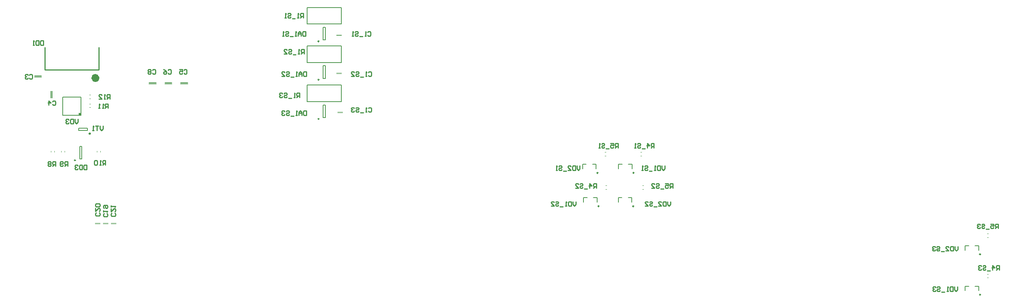
<source format=gbo>
G04*
G04 #@! TF.GenerationSoftware,Altium Limited,Altium Designer,20.1.8 (145)*
G04*
G04 Layer_Color=32896*
%FSLAX43Y43*%
%MOMM*%
G71*
G04*
G04 #@! TF.SameCoordinates,5712E5C3-EFE7-4622-A9FF-169796C5DE8E*
G04*
G04*
G04 #@! TF.FilePolarity,Positive*
G04*
G01*
G75*
%ADD10C,0.150*%
%ADD11C,0.250*%
%ADD13C,0.254*%
%ADD14C,0.300*%
%ADD15C,0.100*%
%ADD16C,0.200*%
%ADD88C,1.000*%
%ADD100R,0.500X0.539*%
D10*
X67000Y68000D02*
X69000D01*
Y67500D02*
Y68000D01*
X67000Y67500D02*
Y68000D01*
Y67500D02*
X69000D01*
X67500Y70846D02*
Y74937D01*
X63500D02*
X67500D01*
X63500Y70846D02*
Y74937D01*
Y70846D02*
X67500D01*
X82725Y77875D02*
X84300D01*
X82725Y78125D02*
X84300D01*
X86225D02*
X87800D01*
X86225Y77875D02*
X87800D01*
X89725Y78125D02*
X91300D01*
X89725Y77875D02*
X91300D01*
X61125Y74725D02*
Y76300D01*
X60875Y74725D02*
Y76300D01*
X57200Y79625D02*
X58775D01*
X57200Y79375D02*
X58775D01*
D11*
X66325Y60800D02*
G03*
X66325Y60800I-125J0D01*
G01*
X120575Y70050D02*
G03*
X120575Y70050I-125J0D01*
G01*
X120575Y78799D02*
G03*
X120575Y78799I-125J0D01*
G01*
X120575Y87375D02*
G03*
X120575Y87375I-125J0D01*
G01*
X267925Y30800D02*
G03*
X267925Y30800I-125J0D01*
G01*
X267925Y39800D02*
G03*
X267925Y39800I-125J0D01*
G01*
X182925Y50550D02*
G03*
X182925Y50550I-125J0D01*
G01*
X190675Y50550D02*
G03*
X190675Y50550I-125J0D01*
G01*
X190725Y58000D02*
G03*
X190725Y58000I-125J0D01*
G01*
X182725Y58000D02*
G03*
X182725Y58000I-125J0D01*
G01*
X59500Y81000D02*
X71500D01*
X59500D02*
Y86000D01*
X71500Y81000D02*
Y86000D01*
D13*
X72416Y68500D02*
Y67833D01*
X72083Y67500D01*
X71750Y67833D01*
Y68500D01*
X71417D02*
X70750D01*
X71083D01*
Y67500D01*
X70417D02*
X70084D01*
X70250D01*
Y68500D01*
X70417Y68333D01*
X66833Y70000D02*
Y69333D01*
X66500Y69000D01*
X66166Y69333D01*
Y70000D01*
X65833D02*
Y69000D01*
X65333D01*
X65167Y69167D01*
Y69833D01*
X65333Y70000D01*
X65833D01*
X64834Y69833D02*
X64667Y70000D01*
X64334D01*
X64167Y69833D01*
Y69667D01*
X64334Y69500D01*
X64500D01*
X64334D01*
X64167Y69333D01*
Y69167D01*
X64334Y69000D01*
X64667D01*
X64834Y69167D01*
X262832Y41583D02*
Y40917D01*
X262499Y40583D01*
X262166Y40917D01*
Y41583D01*
X261833D02*
Y40583D01*
X261333D01*
X261166Y40750D01*
Y41417D01*
X261333Y41583D01*
X261833D01*
X260167Y40583D02*
X260833D01*
X260167Y41250D01*
Y41417D01*
X260333Y41583D01*
X260666D01*
X260833Y41417D01*
X259833Y40417D02*
X259167D01*
X258167Y41417D02*
X258334Y41583D01*
X258667D01*
X258834Y41417D01*
Y41250D01*
X258667Y41083D01*
X258334D01*
X258167Y40917D01*
Y40750D01*
X258334Y40583D01*
X258667D01*
X258834Y40750D01*
X257834Y41417D02*
X257667Y41583D01*
X257334D01*
X257168Y41417D01*
Y41250D01*
X257334Y41083D01*
X257501D01*
X257334D01*
X257168Y40917D01*
Y40750D01*
X257334Y40583D01*
X257667D01*
X257834Y40750D01*
X198832Y51583D02*
Y50917D01*
X198499Y50583D01*
X198166Y50917D01*
Y51583D01*
X197833D02*
Y50583D01*
X197333D01*
X197166Y50750D01*
Y51417D01*
X197333Y51583D01*
X197833D01*
X196167Y50583D02*
X196833D01*
X196167Y51250D01*
Y51417D01*
X196333Y51583D01*
X196666D01*
X196833Y51417D01*
X195833Y50417D02*
X195167D01*
X194167Y51417D02*
X194334Y51583D01*
X194667D01*
X194834Y51417D01*
Y51250D01*
X194667Y51083D01*
X194334D01*
X194167Y50917D01*
Y50750D01*
X194334Y50583D01*
X194667D01*
X194834Y50750D01*
X193168Y50583D02*
X193834D01*
X193168Y51250D01*
Y51417D01*
X193334Y51583D01*
X193667D01*
X193834Y51417D01*
X178666Y59583D02*
Y58917D01*
X178333Y58583D01*
X177999Y58917D01*
Y59583D01*
X177666D02*
Y58583D01*
X177166D01*
X177000Y58750D01*
Y59417D01*
X177166Y59583D01*
X177666D01*
X176000Y58583D02*
X176666D01*
X176000Y59250D01*
Y59417D01*
X176167Y59583D01*
X176500D01*
X176666Y59417D01*
X175667Y58417D02*
X175000D01*
X174001Y59417D02*
X174167Y59583D01*
X174500D01*
X174667Y59417D01*
Y59250D01*
X174500Y59083D01*
X174167D01*
X174001Y58917D01*
Y58750D01*
X174167Y58583D01*
X174500D01*
X174667Y58750D01*
X173667Y58583D02*
X173334D01*
X173501D01*
Y59583D01*
X173667Y59417D01*
X262749Y32583D02*
Y31917D01*
X262416Y31583D01*
X262083Y31917D01*
Y32583D01*
X261749D02*
Y31583D01*
X261250D01*
X261083Y31750D01*
Y32417D01*
X261250Y32583D01*
X261749D01*
X260750Y31583D02*
X260417D01*
X260583D01*
Y32583D01*
X260750Y32417D01*
X259917Y31417D02*
X259250D01*
X258251Y32417D02*
X258417Y32583D01*
X258750D01*
X258917Y32417D01*
Y32250D01*
X258750Y32083D01*
X258417D01*
X258251Y31917D01*
Y31750D01*
X258417Y31583D01*
X258750D01*
X258917Y31750D01*
X257917Y32417D02*
X257751Y32583D01*
X257418D01*
X257251Y32417D01*
Y32250D01*
X257418Y32083D01*
X257584D01*
X257418D01*
X257251Y31917D01*
Y31750D01*
X257418Y31583D01*
X257751D01*
X257917Y31750D01*
X177749Y51583D02*
Y50917D01*
X177416Y50583D01*
X177083Y50917D01*
Y51583D01*
X176749D02*
Y50583D01*
X176250D01*
X176083Y50750D01*
Y51417D01*
X176250Y51583D01*
X176749D01*
X175750Y50583D02*
X175417D01*
X175583D01*
Y51583D01*
X175750Y51417D01*
X174917Y50417D02*
X174250D01*
X173251Y51417D02*
X173417Y51583D01*
X173750D01*
X173917Y51417D01*
Y51250D01*
X173750Y51083D01*
X173417D01*
X173251Y50917D01*
Y50750D01*
X173417Y50583D01*
X173750D01*
X173917Y50750D01*
X172251Y50583D02*
X172917D01*
X172251Y51250D01*
Y51417D01*
X172417Y51583D01*
X172751D01*
X172917Y51417D01*
X197583Y59583D02*
Y58917D01*
X197249Y58583D01*
X196916Y58917D01*
Y59583D01*
X196583D02*
Y58583D01*
X196083D01*
X195916Y58750D01*
Y59417D01*
X196083Y59583D01*
X196583D01*
X195583Y58583D02*
X195250D01*
X195417D01*
Y59583D01*
X195583Y59417D01*
X194750Y58417D02*
X194084D01*
X193084Y59417D02*
X193251Y59583D01*
X193584D01*
X193750Y59417D01*
Y59250D01*
X193584Y59083D01*
X193251D01*
X193084Y58917D01*
Y58750D01*
X193251Y58583D01*
X193584D01*
X193750Y58750D01*
X192751Y58583D02*
X192417D01*
X192584D01*
Y59583D01*
X192751Y59417D01*
X74000Y74500D02*
Y75500D01*
X73500D01*
X73333Y75333D01*
Y75000D01*
X73500Y74833D01*
X74000D01*
X73666D02*
X73333Y74500D01*
X73000D02*
X72667D01*
X72833D01*
Y75500D01*
X73000Y75333D01*
X71500Y74500D02*
X72167D01*
X71500Y75167D01*
Y75333D01*
X71667Y75500D01*
X72000D01*
X72167Y75333D01*
X73583Y72425D02*
Y73425D01*
X73083D01*
X72917Y73258D01*
Y72925D01*
X73083Y72758D01*
X73583D01*
X73250D02*
X72917Y72425D01*
X72583D02*
X72250D01*
X72417D01*
Y73425D01*
X72583Y73258D01*
X71750Y72425D02*
X71417D01*
X71584D01*
Y73425D01*
X71750Y73258D01*
X73000Y59750D02*
Y60750D01*
X72500D01*
X72333Y60583D01*
Y60250D01*
X72500Y60083D01*
X73000D01*
X72666D02*
X72333Y59750D01*
X72000D02*
X71667D01*
X71833D01*
Y60750D01*
X72000Y60583D01*
X71167D02*
X71000Y60750D01*
X70667D01*
X70500Y60583D01*
Y59917D01*
X70667Y59750D01*
X71000D01*
X71167Y59917D01*
Y60583D01*
X64583Y59500D02*
Y60500D01*
X64083D01*
X63917Y60333D01*
Y60000D01*
X64083Y59833D01*
X64583D01*
X64250D02*
X63917Y59500D01*
X63583Y59667D02*
X63417Y59500D01*
X63084D01*
X62917Y59667D01*
Y60333D01*
X63084Y60500D01*
X63417D01*
X63583Y60333D01*
Y60167D01*
X63417Y60000D01*
X62917D01*
X61833Y59500D02*
Y60500D01*
X61333D01*
X61167Y60333D01*
Y60000D01*
X61333Y59833D01*
X61833D01*
X61500D02*
X61167Y59500D01*
X60833Y60333D02*
X60667Y60500D01*
X60334D01*
X60167Y60333D01*
Y60167D01*
X60334Y60000D01*
X60167Y59833D01*
Y59667D01*
X60334Y59500D01*
X60667D01*
X60833Y59667D01*
Y59833D01*
X60667Y60000D01*
X60833Y60167D01*
Y60333D01*
X60667Y60000D02*
X60334D01*
X271833Y45583D02*
Y46583D01*
X271333D01*
X271166Y46417D01*
Y46083D01*
X271333Y45917D01*
X271833D01*
X271499D02*
X271166Y45583D01*
X270166Y46583D02*
X270833D01*
Y46083D01*
X270500Y46250D01*
X270333D01*
X270166Y46083D01*
Y45750D01*
X270333Y45583D01*
X270666D01*
X270833Y45750D01*
X269833Y45417D02*
X269167D01*
X268167Y46417D02*
X268334Y46583D01*
X268667D01*
X268834Y46417D01*
Y46250D01*
X268667Y46083D01*
X268334D01*
X268167Y45917D01*
Y45750D01*
X268334Y45583D01*
X268667D01*
X268834Y45750D01*
X267834Y46417D02*
X267667Y46583D01*
X267334D01*
X267167Y46417D01*
Y46250D01*
X267334Y46083D01*
X267501D01*
X267334D01*
X267167Y45917D01*
Y45750D01*
X267334Y45583D01*
X267667D01*
X267834Y45750D01*
X199333Y54583D02*
Y55583D01*
X198833D01*
X198666Y55417D01*
Y55083D01*
X198833Y54917D01*
X199333D01*
X198999D02*
X198666Y54583D01*
X197666Y55583D02*
X198333D01*
Y55083D01*
X198000Y55250D01*
X197833D01*
X197666Y55083D01*
Y54750D01*
X197833Y54583D01*
X198166D01*
X198333Y54750D01*
X197333Y54417D02*
X196667D01*
X195667Y55417D02*
X195834Y55583D01*
X196167D01*
X196334Y55417D01*
Y55250D01*
X196167Y55083D01*
X195834D01*
X195667Y54917D01*
Y54750D01*
X195834Y54583D01*
X196167D01*
X196334Y54750D01*
X194667Y54583D02*
X195334D01*
X194667Y55250D01*
Y55417D01*
X194834Y55583D01*
X195167D01*
X195334Y55417D01*
X187166Y63583D02*
Y64583D01*
X186666D01*
X186500Y64417D01*
Y64083D01*
X186666Y63917D01*
X187166D01*
X186833D02*
X186500Y63583D01*
X185500Y64583D02*
X186166D01*
Y64083D01*
X185833Y64250D01*
X185666D01*
X185500Y64083D01*
Y63750D01*
X185666Y63583D01*
X186000D01*
X186166Y63750D01*
X185167Y63417D02*
X184500D01*
X183500Y64417D02*
X183667Y64583D01*
X184000D01*
X184167Y64417D01*
Y64250D01*
X184000Y64083D01*
X183667D01*
X183500Y63917D01*
Y63750D01*
X183667Y63583D01*
X184000D01*
X184167Y63750D01*
X183167Y63583D02*
X182834D01*
X183001D01*
Y64583D01*
X183167Y64417D01*
X272083Y36333D02*
Y37333D01*
X271583D01*
X271416Y37167D01*
Y36833D01*
X271583Y36667D01*
X272083D01*
X271749D02*
X271416Y36333D01*
X270583D02*
Y37333D01*
X271083Y36833D01*
X270416D01*
X270083Y36167D02*
X269417D01*
X268417Y37167D02*
X268584Y37333D01*
X268917D01*
X269084Y37167D01*
Y37000D01*
X268917Y36833D01*
X268584D01*
X268417Y36667D01*
Y36500D01*
X268584Y36333D01*
X268917D01*
X269084Y36500D01*
X268084Y37167D02*
X267917Y37333D01*
X267584D01*
X267417Y37167D01*
Y37000D01*
X267584Y36833D01*
X267751D01*
X267584D01*
X267417Y36667D01*
Y36500D01*
X267584Y36333D01*
X267917D01*
X268084Y36500D01*
X182333Y54583D02*
Y55583D01*
X181833D01*
X181666Y55417D01*
Y55083D01*
X181833Y54917D01*
X182333D01*
X181999D02*
X181666Y54583D01*
X180833D02*
Y55583D01*
X181333Y55083D01*
X180666D01*
X180333Y54417D02*
X179667D01*
X178667Y55417D02*
X178834Y55583D01*
X179167D01*
X179334Y55417D01*
Y55250D01*
X179167Y55083D01*
X178834D01*
X178667Y54917D01*
Y54750D01*
X178834Y54583D01*
X179167D01*
X179334Y54750D01*
X177667Y54583D02*
X178334D01*
X177667Y55250D01*
Y55417D01*
X177834Y55583D01*
X178167D01*
X178334Y55417D01*
X195166Y63583D02*
Y64583D01*
X194666D01*
X194500Y64417D01*
Y64083D01*
X194666Y63917D01*
X195166D01*
X194833D02*
X194500Y63583D01*
X193666D02*
Y64583D01*
X194166Y64083D01*
X193500D01*
X193167Y63417D02*
X192500D01*
X191500Y64417D02*
X191667Y64583D01*
X192000D01*
X192167Y64417D01*
Y64250D01*
X192000Y64083D01*
X191667D01*
X191500Y63917D01*
Y63750D01*
X191667Y63583D01*
X192000D01*
X192167Y63750D01*
X191167Y63583D02*
X190834D01*
X191001D01*
Y64583D01*
X191167Y64417D01*
X116249Y74833D02*
Y75833D01*
X115749D01*
X115583Y75667D01*
Y75333D01*
X115749Y75167D01*
X116249D01*
X115916D02*
X115583Y74833D01*
X115250D02*
X114916D01*
X115083D01*
Y75833D01*
X115250Y75667D01*
X114417Y74667D02*
X113750D01*
X112750Y75667D02*
X112917Y75833D01*
X113250D01*
X113417Y75667D01*
Y75500D01*
X113250Y75333D01*
X112917D01*
X112750Y75167D01*
Y75000D01*
X112917Y74833D01*
X113250D01*
X113417Y75000D01*
X112417Y75667D02*
X112251Y75833D01*
X111917D01*
X111751Y75667D01*
Y75500D01*
X111917Y75333D01*
X112084D01*
X111917D01*
X111751Y75167D01*
Y75000D01*
X111917Y74833D01*
X112251D01*
X112417Y75000D01*
X117249Y84583D02*
Y85583D01*
X116749D01*
X116583Y85417D01*
Y85083D01*
X116749Y84917D01*
X117249D01*
X116916D02*
X116583Y84583D01*
X116250D02*
X115916D01*
X116083D01*
Y85583D01*
X116250Y85417D01*
X115417Y84417D02*
X114750D01*
X113750Y85417D02*
X113917Y85583D01*
X114250D01*
X114417Y85417D01*
Y85250D01*
X114250Y85083D01*
X113917D01*
X113750Y84917D01*
Y84750D01*
X113917Y84583D01*
X114250D01*
X114417Y84750D01*
X112751Y84583D02*
X113417D01*
X112751Y85250D01*
Y85417D01*
X112917Y85583D01*
X113251D01*
X113417Y85417D01*
X117083Y92583D02*
Y93583D01*
X116583D01*
X116416Y93417D01*
Y93083D01*
X116583Y92917D01*
X117083D01*
X116749D02*
X116416Y92583D01*
X116083D02*
X115750D01*
X115916D01*
Y93583D01*
X116083Y93417D01*
X115250Y92417D02*
X114583D01*
X113584Y93417D02*
X113750Y93583D01*
X114084D01*
X114250Y93417D01*
Y93250D01*
X114084Y93083D01*
X113750D01*
X113584Y92917D01*
Y92750D01*
X113750Y92583D01*
X114084D01*
X114250Y92750D01*
X113251Y92583D02*
X112917D01*
X113084D01*
Y93583D01*
X113251Y93417D01*
X68833Y59750D02*
Y58750D01*
X68333D01*
X68166Y58917D01*
Y59583D01*
X68333Y59750D01*
X68833D01*
X67833D02*
Y58750D01*
X67333D01*
X67167Y58917D01*
Y59583D01*
X67333Y59750D01*
X67833D01*
X66834Y59583D02*
X66667Y59750D01*
X66334D01*
X66167Y59583D01*
Y59417D01*
X66334Y59250D01*
X66500D01*
X66334D01*
X66167Y59083D01*
Y58917D01*
X66334Y58750D01*
X66667D01*
X66834Y58917D01*
X59166Y87500D02*
Y86500D01*
X58666D01*
X58500Y86667D01*
Y87333D01*
X58666Y87500D01*
X59166D01*
X58167D02*
Y86500D01*
X57667D01*
X57500Y86667D01*
Y87333D01*
X57667Y87500D01*
X58167D01*
X57167Y86500D02*
X56834D01*
X57000D01*
Y87500D01*
X57167Y87333D01*
X117749Y71833D02*
Y70833D01*
X117249D01*
X117083Y71000D01*
Y71667D01*
X117249Y71833D01*
X117749D01*
X116749Y70833D02*
Y71500D01*
X116416Y71833D01*
X116083Y71500D01*
Y70833D01*
Y71333D01*
X116749D01*
X115750Y70833D02*
X115417D01*
X115583D01*
Y71833D01*
X115750Y71667D01*
X114917Y70667D02*
X114250D01*
X113251Y71667D02*
X113417Y71833D01*
X113750D01*
X113917Y71667D01*
Y71500D01*
X113750Y71333D01*
X113417D01*
X113251Y71167D01*
Y71000D01*
X113417Y70833D01*
X113750D01*
X113917Y71000D01*
X112917Y71667D02*
X112751Y71833D01*
X112418D01*
X112251Y71667D01*
Y71500D01*
X112418Y71333D01*
X112584D01*
X112418D01*
X112251Y71167D01*
Y71000D01*
X112418Y70833D01*
X112751D01*
X112917Y71000D01*
X117749Y80583D02*
Y79583D01*
X117249D01*
X117083Y79750D01*
Y80417D01*
X117249Y80583D01*
X117749D01*
X116749Y79583D02*
Y80250D01*
X116416Y80583D01*
X116083Y80250D01*
Y79583D01*
Y80083D01*
X116749D01*
X115750Y79583D02*
X115417D01*
X115583D01*
Y80583D01*
X115750Y80417D01*
X114917Y79417D02*
X114250D01*
X113251Y80417D02*
X113417Y80583D01*
X113750D01*
X113917Y80417D01*
Y80250D01*
X113750Y80083D01*
X113417D01*
X113251Y79917D01*
Y79750D01*
X113417Y79583D01*
X113750D01*
X113917Y79750D01*
X112251Y79583D02*
X112917D01*
X112251Y80250D01*
Y80417D01*
X112418Y80583D01*
X112751D01*
X112917Y80417D01*
X117582Y89583D02*
Y88583D01*
X117083D01*
X116916Y88750D01*
Y89417D01*
X117083Y89583D01*
X117582D01*
X116583Y88583D02*
Y89250D01*
X116250Y89583D01*
X115916Y89250D01*
Y88583D01*
Y89083D01*
X116583D01*
X115583Y88583D02*
X115250D01*
X115417D01*
Y89583D01*
X115583Y89417D01*
X114750Y88417D02*
X114084D01*
X113084Y89417D02*
X113251Y89583D01*
X113584D01*
X113750Y89417D01*
Y89250D01*
X113584Y89083D01*
X113251D01*
X113084Y88917D01*
Y88750D01*
X113251Y88583D01*
X113584D01*
X113750Y88750D01*
X112751Y88583D02*
X112418D01*
X112584D01*
Y89583D01*
X112751Y89417D01*
X75083Y49000D02*
X75250Y48834D01*
Y48500D01*
X75083Y48334D01*
X74417D01*
X74250Y48500D01*
Y48834D01*
X74417Y49000D01*
X74250Y50000D02*
Y49333D01*
X74917Y50000D01*
X75083D01*
X75250Y49833D01*
Y49500D01*
X75083Y49333D01*
X74250Y50333D02*
Y50666D01*
Y50500D01*
X75250D01*
X75083Y50333D01*
X71583Y49084D02*
X71750Y48917D01*
Y48584D01*
X71583Y48417D01*
X70917D01*
X70750Y48584D01*
Y48917D01*
X70917Y49084D01*
X70750Y50083D02*
Y49417D01*
X71417Y50083D01*
X71583D01*
X71750Y49917D01*
Y49583D01*
X71583Y49417D01*
Y50416D02*
X71750Y50583D01*
Y50916D01*
X71583Y51083D01*
X70917D01*
X70750Y50916D01*
Y50583D01*
X70917Y50416D01*
X71583D01*
X73333Y48917D02*
X73500Y48750D01*
Y48417D01*
X73333Y48250D01*
X72667D01*
X72500Y48417D01*
Y48750D01*
X72667Y48917D01*
X72500Y49250D02*
Y49583D01*
Y49417D01*
X73500D01*
X73333Y49250D01*
X72667Y50083D02*
X72500Y50250D01*
Y50583D01*
X72667Y50750D01*
X73333D01*
X73500Y50583D01*
Y50250D01*
X73333Y50083D01*
X73167D01*
X73000Y50250D01*
Y50750D01*
X83444Y80939D02*
X83611Y81105D01*
X83944D01*
X84110Y80939D01*
Y80272D01*
X83944Y80106D01*
X83611D01*
X83444Y80272D01*
X83111Y80939D02*
X82944Y81105D01*
X82611D01*
X82444Y80939D01*
Y80772D01*
X82611Y80606D01*
X82444Y80439D01*
Y80272D01*
X82611Y80106D01*
X82944D01*
X83111Y80272D01*
Y80439D01*
X82944Y80606D01*
X83111Y80772D01*
Y80939D01*
X82944Y80606D02*
X82611D01*
X86949Y80939D02*
X87116Y81105D01*
X87449D01*
X87616Y80939D01*
Y80272D01*
X87449Y80106D01*
X87116D01*
X86949Y80272D01*
X85949Y81105D02*
X86283Y80939D01*
X86616Y80606D01*
Y80272D01*
X86449Y80106D01*
X86116D01*
X85949Y80272D01*
Y80439D01*
X86116Y80606D01*
X86616D01*
X90454Y80939D02*
X90621Y81105D01*
X90954D01*
X91121Y80939D01*
Y80272D01*
X90954Y80106D01*
X90621D01*
X90454Y80272D01*
X89455Y81105D02*
X90121D01*
Y80606D01*
X89788Y80772D01*
X89621D01*
X89455Y80606D01*
Y80272D01*
X89621Y80106D01*
X89955D01*
X90121Y80272D01*
X61167Y73933D02*
X61333Y74100D01*
X61666D01*
X61833Y73933D01*
Y73267D01*
X61666Y73100D01*
X61333D01*
X61167Y73267D01*
X60334Y73100D02*
Y74100D01*
X60833Y73600D01*
X60167D01*
X56067Y79833D02*
X56233Y80000D01*
X56566D01*
X56733Y79833D01*
Y79167D01*
X56566Y79000D01*
X56233D01*
X56067Y79167D01*
X55733Y79833D02*
X55567Y80000D01*
X55234D01*
X55067Y79833D01*
Y79667D01*
X55234Y79500D01*
X55400D01*
X55234D01*
X55067Y79333D01*
Y79167D01*
X55234Y79000D01*
X55567D01*
X55733Y79167D01*
X131583Y72417D02*
X131749Y72583D01*
X132083D01*
X132249Y72417D01*
Y71750D01*
X132083Y71583D01*
X131749D01*
X131583Y71750D01*
X131250Y71583D02*
X130916D01*
X131083D01*
Y72583D01*
X131250Y72417D01*
X130417Y71417D02*
X129750D01*
X128750Y72417D02*
X128917Y72583D01*
X129250D01*
X129417Y72417D01*
Y72250D01*
X129250Y72083D01*
X128917D01*
X128750Y71917D01*
Y71750D01*
X128917Y71583D01*
X129250D01*
X129417Y71750D01*
X128417Y72417D02*
X128251Y72583D01*
X127917D01*
X127751Y72417D01*
Y72250D01*
X127917Y72083D01*
X128084D01*
X127917D01*
X127751Y71917D01*
Y71750D01*
X127917Y71583D01*
X128251D01*
X128417Y71750D01*
X131583Y80417D02*
X131749Y80583D01*
X132083D01*
X132249Y80417D01*
Y79750D01*
X132083Y79583D01*
X131749D01*
X131583Y79750D01*
X131250Y79583D02*
X130916D01*
X131083D01*
Y80583D01*
X131250Y80417D01*
X130417Y79417D02*
X129750D01*
X128750Y80417D02*
X128917Y80583D01*
X129250D01*
X129417Y80417D01*
Y80250D01*
X129250Y80083D01*
X128917D01*
X128750Y79917D01*
Y79750D01*
X128917Y79583D01*
X129250D01*
X129417Y79750D01*
X127751Y79583D02*
X128417D01*
X127751Y80250D01*
Y80417D01*
X127917Y80583D01*
X128251D01*
X128417Y80417D01*
X131416Y89417D02*
X131583Y89583D01*
X131916D01*
X132083Y89417D01*
Y88750D01*
X131916Y88583D01*
X131583D01*
X131416Y88750D01*
X131083Y88583D02*
X130750D01*
X130916D01*
Y89583D01*
X131083Y89417D01*
X130250Y88417D02*
X129583D01*
X128584Y89417D02*
X128750Y89583D01*
X129084D01*
X129250Y89417D01*
Y89250D01*
X129084Y89083D01*
X128750D01*
X128584Y88917D01*
Y88750D01*
X128750Y88583D01*
X129084D01*
X129250Y88750D01*
X128251Y88583D02*
X127917D01*
X128084D01*
Y89583D01*
X128251Y89417D01*
D14*
X69616Y66766D02*
G03*
X69616Y66766I-120J0D01*
G01*
D15*
X69375Y74600D02*
X69625D01*
X69375Y75400D02*
X69625D01*
X69375Y73400D02*
X69625D01*
X69375Y72600D02*
X69625D01*
X71100Y62625D02*
Y62875D01*
X71900Y62625D02*
Y62875D01*
X63100Y62625D02*
Y62875D01*
X63900Y62625D02*
Y62875D01*
X60850Y62625D02*
Y62875D01*
X61650Y62625D02*
Y62875D01*
X124700Y71425D02*
X125800D01*
X124700Y71575D02*
X125800D01*
X124450Y80175D02*
X125550D01*
X124450Y80325D02*
X125550D01*
X124450Y88825D02*
X125550D01*
X124450Y88675D02*
X125550D01*
X269375Y35400D02*
X269625D01*
X269375Y34600D02*
X269625D01*
X269375Y44400D02*
X269625D01*
X269375Y43600D02*
X269625D01*
X184375Y55150D02*
X184625D01*
X184375Y54350D02*
X184625D01*
X192625Y55150D02*
X192875D01*
X192625Y54350D02*
X192875D01*
X192175Y61800D02*
X192425D01*
X192175Y62600D02*
X192425D01*
X184175Y61800D02*
X184425D01*
X184175Y62600D02*
X184425D01*
X72450Y46675D02*
X73550D01*
X72450Y46825D02*
X73550D01*
X74200Y46675D02*
X75300D01*
X74200Y46825D02*
X75300D01*
X70700Y46675D02*
X71800D01*
X70700Y46825D02*
X71800D01*
D16*
X67750Y61100D02*
Y63900D01*
X67250Y61100D02*
Y63900D01*
X67750D01*
X67250Y61100D02*
X67750D01*
X121500Y70350D02*
X122000D01*
X121500Y73150D02*
X122000D01*
X121500Y70350D02*
Y73150D01*
X122000Y70350D02*
Y73150D01*
X117950Y77600D02*
X125550D01*
X117950Y73900D02*
X125550D01*
Y77600D01*
X117950Y73900D02*
Y77600D01*
X121500Y79099D02*
X122000D01*
X121500Y81899D02*
X122000D01*
X121500Y79099D02*
Y81899D01*
X122000Y79099D02*
Y81899D01*
X117950Y86349D02*
X125550D01*
X117950Y82649D02*
X125550D01*
Y86349D01*
X117950Y82649D02*
Y86349D01*
X122000Y87675D02*
Y90475D01*
X121500Y87675D02*
Y90475D01*
X122000D01*
X121500Y87675D02*
X122000D01*
X117950Y91225D02*
Y94925D01*
X125550Y91225D02*
Y94925D01*
X117950Y91225D02*
X125550D01*
X117950Y94925D02*
X125550D01*
X267500Y31700D02*
Y32700D01*
X266700D02*
X267500D01*
X264500Y31700D02*
Y32700D01*
X265300D01*
X267500Y40700D02*
Y41700D01*
X266700D02*
X267500D01*
X264500Y40700D02*
Y41700D01*
X265300D01*
X182500Y51450D02*
Y52450D01*
X181700D02*
X182500D01*
X179500Y51450D02*
Y52450D01*
X180300D01*
X190250Y51450D02*
Y52450D01*
X189450D02*
X190250D01*
X187250Y51450D02*
Y52450D01*
X188050D01*
X187300Y59900D02*
X188100D01*
X187300Y58900D02*
Y59900D01*
X189500D02*
X190300D01*
Y58900D02*
Y59900D01*
X179300Y59900D02*
X180100D01*
X179300Y58900D02*
Y59900D01*
X181500D02*
X182300D01*
Y58900D02*
Y59900D01*
D88*
X71154Y79168D02*
G03*
X71154Y79168I-400J0D01*
G01*
D100*
X67250Y71116D02*
D03*
M02*

</source>
